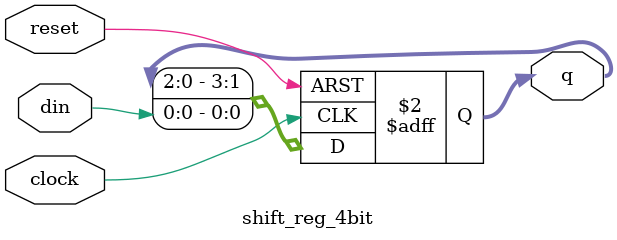
<source format=v>
module shift_reg_4bit (
    input       clock,
    input       reset,      // active-high reset
    input       din,        // serial input bit
    output reg [3:0] q      // shift register output
);

always @(posedge clock or posedge reset) begin
    if (reset) begin
        q <= 4'b0000;
    end else begin
        // Shift right
        q[3] <= q[2];
        q[2] <= q[1];
        q[1] <= q[0];
        q[0] <= din;   // new incoming bit
    end
end

endmodule

</source>
